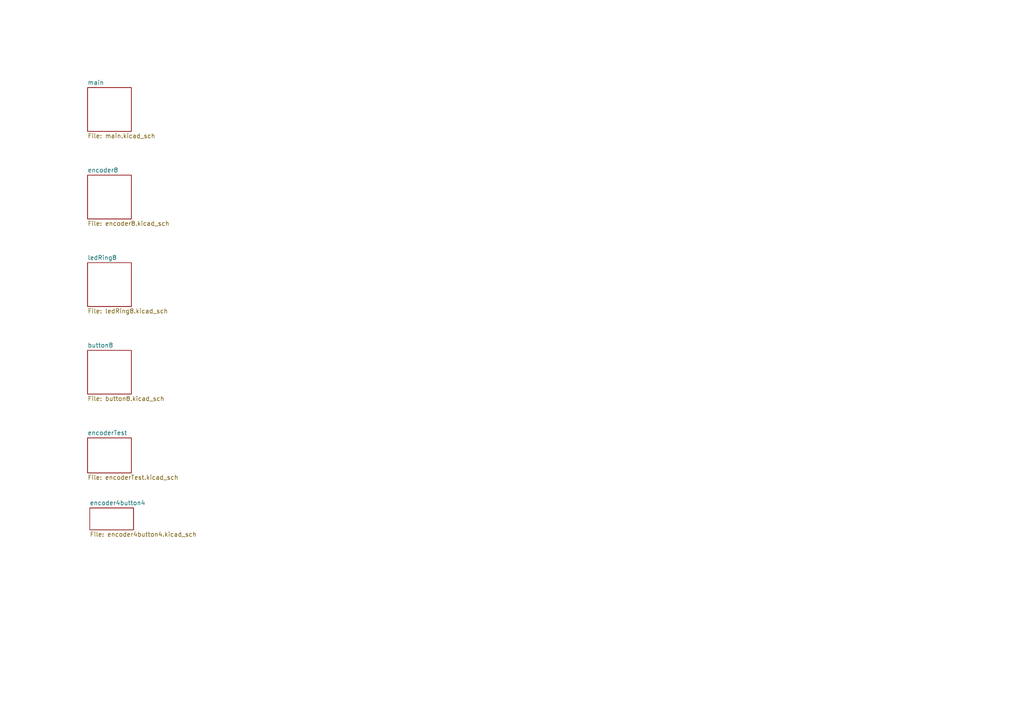
<source format=kicad_sch>
(kicad_sch
	(version 20250114)
	(generator "eeschema")
	(generator_version "9.0")
	(uuid "e70b5343-6e83-46b0-b96e-745e0612c526")
	(paper "A4")
	(lib_symbols)
	(sheet
		(at 25.4 127)
		(size 12.7 10.16)
		(exclude_from_sim no)
		(in_bom yes)
		(on_board yes)
		(dnp no)
		(fields_autoplaced yes)
		(stroke
			(width 0.1524)
			(type solid)
		)
		(fill
			(color 0 0 0 0.0000)
		)
		(uuid "03fcd31d-8387-4f8f-a9d1-c519ea145696")
		(property "Sheetname" "encoderTest"
			(at 25.4 126.2884 0)
			(effects
				(font
					(size 1.27 1.27)
				)
				(justify left bottom)
			)
		)
		(property "Sheetfile" "encoderTest.kicad_sch"
			(at 25.4 137.7446 0)
			(effects
				(font
					(size 1.27 1.27)
				)
				(justify left top)
			)
		)
		(instances
			(project "NiController_encoder4button4"
				(path "/e70b5343-6e83-46b0-b96e-745e0612c526"
					(page "31")
				)
			)
		)
	)
	(sheet
		(at 25.4 101.6)
		(size 12.7 12.7)
		(exclude_from_sim no)
		(in_bom yes)
		(on_board yes)
		(dnp no)
		(fields_autoplaced yes)
		(stroke
			(width 0.1524)
			(type solid)
		)
		(fill
			(color 0 0 0 0.0000)
		)
		(uuid "1d218571-4f07-4140-849d-c306e23382ca")
		(property "Sheetname" "button8"
			(at 25.4 100.8884 0)
			(effects
				(font
					(size 1.27 1.27)
				)
				(justify left bottom)
			)
		)
		(property "Sheetfile" "button8.kicad_sch"
			(at 25.4 114.8846 0)
			(effects
				(font
					(size 1.27 1.27)
				)
				(justify left top)
			)
		)
		(instances
			(project "NiController_encoder4button4"
				(path "/e70b5343-6e83-46b0-b96e-745e0612c526"
					(page "30")
				)
			)
		)
	)
	(sheet
		(at 26.035 147.32)
		(size 12.7 6.35)
		(exclude_from_sim no)
		(in_bom yes)
		(on_board yes)
		(dnp no)
		(fields_autoplaced yes)
		(stroke
			(width 0.1524)
			(type solid)
		)
		(fill
			(color 0 0 0 0.0000)
		)
		(uuid "2a4c6518-6eed-4a25-9459-9f6a8208ccfc")
		(property "Sheetname" "encoder4button4"
			(at 26.035 146.6084 0)
			(effects
				(font
					(size 1.27 1.27)
				)
				(justify left bottom)
			)
		)
		(property "Sheetfile" "encoder4button4.kicad_sch"
			(at 26.035 154.2546 0)
			(effects
				(font
					(size 1.27 1.27)
				)
				(justify left top)
			)
		)
		(instances
			(project "NiController_encoder4button4"
				(path "/e70b5343-6e83-46b0-b96e-745e0612c526"
					(page "34")
				)
			)
		)
	)
	(sheet
		(at 25.4 50.8)
		(size 12.7 12.7)
		(exclude_from_sim no)
		(in_bom yes)
		(on_board yes)
		(dnp no)
		(fields_autoplaced yes)
		(stroke
			(width 0.1524)
			(type solid)
		)
		(fill
			(color 0 0 0 0.0000)
		)
		(uuid "367b9b66-c086-4c45-bb6f-37a1126e2df2")
		(property "Sheetname" "encoder8"
			(at 25.4 50.0884 0)
			(effects
				(font
					(size 1.27 1.27)
				)
				(justify left bottom)
			)
		)
		(property "Sheetfile" "encoder8.kicad_sch"
			(at 25.4 64.0846 0)
			(effects
				(font
					(size 1.27 1.27)
				)
				(justify left top)
			)
		)
		(instances
			(project "NiController_encoder4button4"
				(path "/e70b5343-6e83-46b0-b96e-745e0612c526"
					(page "10")
				)
			)
		)
	)
	(sheet
		(at 25.4 25.4)
		(size 12.7 12.7)
		(exclude_from_sim no)
		(in_bom yes)
		(on_board yes)
		(dnp no)
		(fields_autoplaced yes)
		(stroke
			(width 0.1524)
			(type solid)
		)
		(fill
			(color 0 0 0 0.0000)
		)
		(uuid "9a27d9c3-2260-4575-8c04-ae473aff735e")
		(property "Sheetname" "main"
			(at 25.4 24.6884 0)
			(effects
				(font
					(size 1.27 1.27)
				)
				(justify left bottom)
			)
		)
		(property "Sheetfile" "main.kicad_sch"
			(at 25.4 38.6846 0)
			(effects
				(font
					(size 1.27 1.27)
				)
				(justify left top)
			)
		)
		(instances
			(project "NiController_encoder4button4"
				(path "/e70b5343-6e83-46b0-b96e-745e0612c526"
					(page "2")
				)
			)
		)
	)
	(sheet
		(at 25.4 76.2)
		(size 12.7 12.7)
		(exclude_from_sim no)
		(in_bom yes)
		(on_board yes)
		(dnp no)
		(fields_autoplaced yes)
		(stroke
			(width 0.1524)
			(type solid)
		)
		(fill
			(color 0 0 0 0.0000)
		)
		(uuid "e11437af-7617-4088-a90f-dd3b5cc4c08d")
		(property "Sheetname" "ledRing8"
			(at 25.4 75.4884 0)
			(effects
				(font
					(size 1.27 1.27)
				)
				(justify left bottom)
			)
		)
		(property "Sheetfile" "ledRing8.kicad_sch"
			(at 25.4 89.4846 0)
			(effects
				(font
					(size 1.27 1.27)
				)
				(justify left top)
			)
		)
		(instances
			(project "NiController_encoder4button4"
				(path "/e70b5343-6e83-46b0-b96e-745e0612c526"
					(page "20")
				)
			)
		)
	)
	(sheet_instances
		(path "/"
			(page "1")
		)
	)
	(embedded_fonts no)
)

</source>
